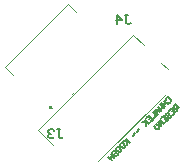
<source format=gbo>
G04*
G04 #@! TF.GenerationSoftware,Altium Limited,Altium Designer,20.0.13 (296)*
G04*
G04 Layer_Color=65280*
%FSLAX25Y25*%
%MOIN*%
G70*
G01*
G75*
%ADD11C,0.00394*%
%ADD13C,0.00787*%
%ADD15C,0.00600*%
D11*
X23606Y28700D02*
G03*
X23885Y28978I139J139D01*
G01*
D02*
G03*
X23606Y28700I-139J-139D01*
G01*
X32050Y6278D02*
X54322Y28550D01*
X43882Y48454D02*
X47292Y45044D01*
X12146Y16718D02*
X43882Y48454D01*
X12146Y16718D02*
X16948Y11916D01*
X53139Y39198D02*
X55366Y36971D01*
X1057Y37887D02*
X3841Y35103D01*
X1057Y37887D02*
X21936Y58766D01*
X24720Y55982D01*
D13*
X16113Y23886D02*
G03*
X16670Y24443I278J278D01*
G01*
D02*
G03*
X16113Y23886I-278J-278D01*
G01*
D15*
X54698Y26757D02*
Y27181D01*
X55122Y27605D01*
X55546D01*
X56394Y26757D01*
Y26333D01*
X55970Y25909D01*
X55546D01*
X54062Y26545D02*
X55334Y25273D01*
X54698Y25909D01*
X53850Y25061D01*
X53213Y25697D01*
X54486Y24424D01*
X52789Y25273D02*
X54062Y24000D01*
X53213D01*
Y23152D01*
X51941Y24424D01*
X52789Y22728D02*
X51941Y23576D01*
X51093D01*
X51093Y22728D01*
X51941Y21880D01*
X51305Y22516D01*
X52153Y23364D01*
X50244Y22728D02*
X51517Y21456D01*
X50669Y20607D01*
X48124D02*
X48972Y21456D01*
X50244Y20183D01*
X49396Y19335D01*
X49608Y20819D02*
X49184Y20395D01*
X47700Y20183D02*
X48972Y18911D01*
X48548Y19335D01*
X46851D01*
X48124D01*
Y18063D01*
X45791Y17002D02*
X44943Y16154D01*
X44519Y15730D02*
X43670Y14882D01*
X41338Y13821D02*
X42610Y12549D01*
X42186Y12973D01*
X40490D01*
X41762D01*
Y11701D01*
X39429Y11913D02*
X39853Y12337D01*
X40277D01*
X41126Y11489D01*
Y11064D01*
X40702Y10640D01*
X40277D01*
X39429Y11489D01*
Y11913D01*
X38157Y10640D02*
X38581Y11064D01*
X39005D01*
X39853Y10216D01*
Y9792D01*
X39429Y9368D01*
X39005D01*
X38157Y10216D01*
Y10640D01*
X36884Y8944D02*
Y9368D01*
X37309Y9792D01*
X37733D01*
X37945Y9580D01*
Y9156D01*
X37521Y8732D01*
Y8308D01*
X37733Y8096D01*
X38157D01*
X38581Y8520D01*
Y8944D01*
X36248Y8732D02*
X37521Y7459D01*
X36884Y8096D01*
X36036Y7247D01*
X35400Y7884D01*
X36672Y6611D01*
X59152Y24000D02*
X57879Y25272D01*
X57243Y24636D01*
Y24212D01*
X57667Y23788D01*
X58091D01*
X58727Y24424D01*
X58303Y24000D02*
X58303Y23152D01*
X55759D02*
X56607Y24000D01*
X57879Y22728D01*
X57031Y21879D01*
X57243Y23364D02*
X56819Y22940D01*
X54698Y21667D02*
Y22091D01*
X55122Y22516D01*
X55546D01*
X55759Y22303D01*
Y21879D01*
X55334Y21455D01*
Y21031D01*
X55546Y20819D01*
X55971D01*
X56395Y21243D01*
Y21667D01*
X53214Y20607D02*
X54062Y21455D01*
X55334Y20183D01*
X54486Y19335D01*
X54698Y20819D02*
X54274Y20395D01*
X54062Y18911D02*
X52790Y20183D01*
X53214Y18062D01*
X51941Y19335D01*
X51517Y18911D02*
X52365Y18062D01*
Y17214D01*
X51517Y17214D01*
X50669Y18062D01*
X18500Y16999D02*
X19500D01*
X19000D01*
Y14500D01*
X19500Y14001D01*
X19999D01*
X20499Y14500D01*
X17500Y16500D02*
X17000Y16999D01*
X16001D01*
X15501Y16500D01*
Y16000D01*
X16001Y15500D01*
X16500D01*
X16001D01*
X15501Y15000D01*
Y14500D01*
X16001Y14001D01*
X17000D01*
X17500Y14500D01*
X41000Y55000D02*
X42000D01*
X41500D01*
Y52500D01*
X42000Y52000D01*
X42499D01*
X42999Y52500D01*
X38501Y52000D02*
Y55000D01*
X40000Y53500D01*
X38001D01*
M02*

</source>
